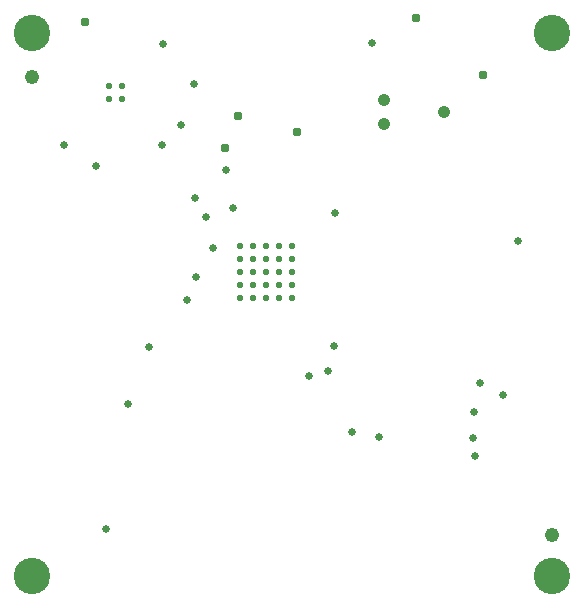
<source format=gbr>
%TF.GenerationSoftware,Altium Limited,Altium Designer,23.5.1 (21)*%
G04 Layer_Color=16711935*
%FSLAX45Y45*%
%MOMM*%
%TF.SameCoordinates,5289BC4C-B9E5-40BB-BF73-25A575C0F3CC*%
%TF.FilePolarity,Negative*%
%TF.FileFunction,Soldermask,Bot*%
%TF.Part,Single*%
G01*
G75*
%TA.AperFunction,ViaPad*%
%ADD82C,1.23200*%
%ADD83C,3.08000*%
%TA.AperFunction,ComponentPad*%
%ADD84C,1.07100*%
%TA.AperFunction,ViaPad*%
%ADD85C,0.68000*%
%ADD86C,0.78000*%
%ADD87C,0.58000*%
D82*
X12800000Y5550000D02*
D03*
X8400000Y9425000D02*
D03*
D83*
Y5200000D02*
D03*
Y9800000D02*
D03*
X12800000D02*
D03*
Y5200000D02*
D03*
D84*
X11884000Y9133500D02*
D03*
X11376000Y9031900D02*
D03*
Y9235100D02*
D03*
D85*
X12151915Y6217468D02*
D03*
X9776397Y8405532D02*
D03*
X9495615Y8848359D02*
D03*
X8937234Y8671151D02*
D03*
X11110750Y6423305D02*
D03*
X10908152Y6939132D02*
D03*
X9660111Y9019944D02*
D03*
X11337864Y6380616D02*
D03*
X9935167Y7978251D02*
D03*
X10968009Y8277165D02*
D03*
X9868353Y8239441D02*
D03*
X9709908Y7541985D02*
D03*
X9790000Y7730000D02*
D03*
X9214163Y6658316D02*
D03*
X9393198Y7141804D02*
D03*
X8668811Y8848881D02*
D03*
X9029700Y5600700D02*
D03*
X12192000Y6832600D02*
D03*
X12136892Y6373467D02*
D03*
X12512908Y8037044D02*
D03*
X11277600Y9715500D02*
D03*
X9512300Y9702800D02*
D03*
X9767528Y9368961D02*
D03*
X10955226Y7145888D02*
D03*
X10740699Y6899716D02*
D03*
X10101642Y8316621D02*
D03*
X10041529Y8643378D02*
D03*
X12389794Y6737657D02*
D03*
X12137757Y6588375D02*
D03*
D86*
X10142008Y9098908D02*
D03*
X11648800Y9923101D02*
D03*
X12214319Y9442271D02*
D03*
X10640060Y8963660D02*
D03*
X10030460Y8823960D02*
D03*
X8850000Y9890000D02*
D03*
D87*
X9050000Y9350000D02*
D03*
X9160000D02*
D03*
Y9240000D02*
D03*
X9050000D02*
D03*
X10603642Y7560005D02*
D03*
X10493642D02*
D03*
X10383642D02*
D03*
X10273642D02*
D03*
X10163642D02*
D03*
X10603642Y7670005D02*
D03*
X10493642D02*
D03*
X10383642D02*
D03*
X10273642D02*
D03*
X10163642D02*
D03*
X10603642Y7780005D02*
D03*
X10493642D02*
D03*
X10383642D02*
D03*
X10273642D02*
D03*
X10163642D02*
D03*
X10603642Y7890005D02*
D03*
X10493642D02*
D03*
X10383642D02*
D03*
X10273642D02*
D03*
X10163642D02*
D03*
X10603642Y8000005D02*
D03*
X10493642D02*
D03*
X10383642D02*
D03*
X10273642D02*
D03*
X10163642D02*
D03*
%TF.MD5,cf6bf259eebecc18de402783a6aee661*%
M02*

</source>
